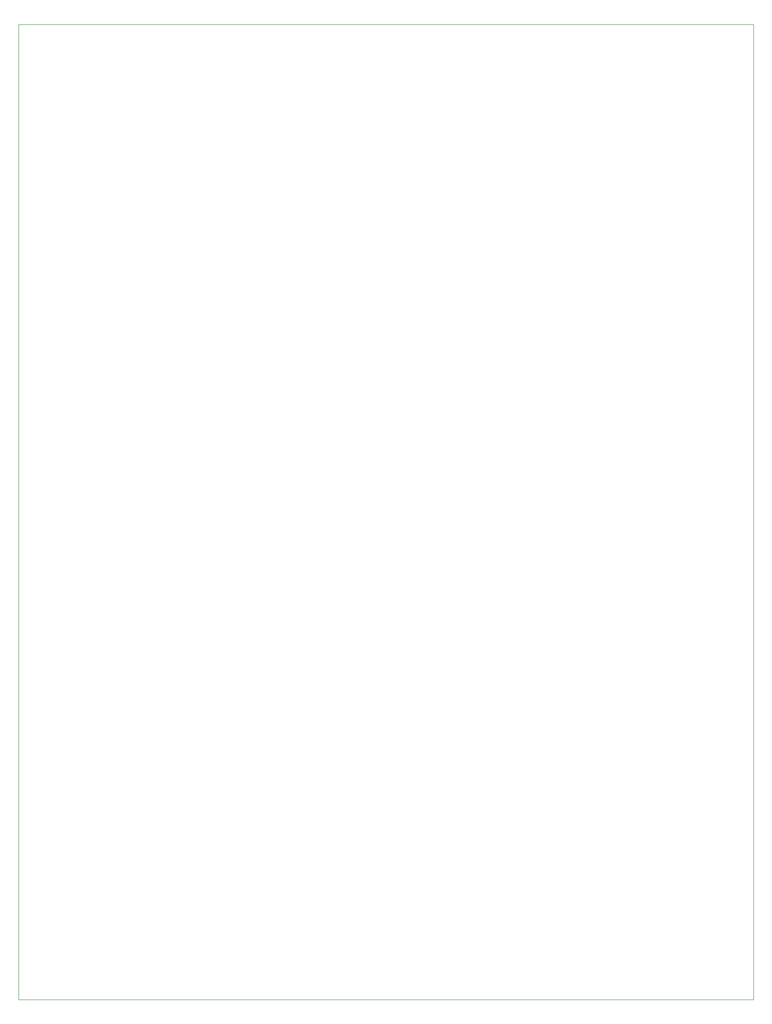
<source format=gbr>
%TF.GenerationSoftware,KiCad,Pcbnew,9.0.4-9.0.4-0~ubuntu24.04.1*%
%TF.CreationDate,2025-10-01T18:10:46-06:00*%
%TF.ProjectId,interfaz_esp32,696e7465-7266-4617-9a5f-65737033322e,rev?*%
%TF.SameCoordinates,Original*%
%TF.FileFunction,Profile,NP*%
%FSLAX46Y46*%
G04 Gerber Fmt 4.6, Leading zero omitted, Abs format (unit mm)*
G04 Created by KiCad (PCBNEW 9.0.4-9.0.4-0~ubuntu24.04.1) date 2025-10-01 18:10:46*
%MOMM*%
%LPD*%
G01*
G04 APERTURE LIST*
%TA.AperFunction,Profile*%
%ADD10C,0.050000*%
%TD*%
G04 APERTURE END LIST*
D10*
X-68500000Y39700000D02*
X69100000Y39700000D01*
X69100000Y-142800000D01*
X-68500000Y-142800000D01*
X-68500000Y39700000D01*
M02*

</source>
